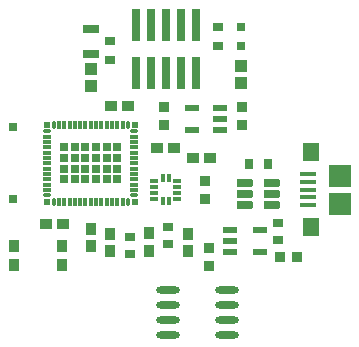
<source format=gtp>
G04*
G04 #@! TF.GenerationSoftware,Altium Limited,Altium Designer,23.3.1 (30)*
G04*
G04 Layer_Color=8421504*
%FSLAX44Y44*%
%MOMM*%
G71*
G04*
G04 #@! TF.SameCoordinates,610A2BD2-EBF3-4158-A638-8146B1F39EFF*
G04*
G04*
G04 #@! TF.FilePolarity,Positive*
G04*
G01*
G75*
%ADD18R,0.7500X0.7500*%
G04:AMPARAMS|DCode=19|XSize=0.65mm|YSize=0.3mm|CornerRadius=0.075mm|HoleSize=0mm|Usage=FLASHONLY|Rotation=0.000|XOffset=0mm|YOffset=0mm|HoleType=Round|Shape=RoundedRectangle|*
%AMROUNDEDRECTD19*
21,1,0.6500,0.1500,0,0,0.0*
21,1,0.5000,0.3000,0,0,0.0*
1,1,0.1500,0.2500,-0.0750*
1,1,0.1500,-0.2500,-0.0750*
1,1,0.1500,-0.2500,0.0750*
1,1,0.1500,0.2500,0.0750*
%
%ADD19ROUNDEDRECTD19*%
%ADD20R,0.6500X0.3000*%
%ADD21R,0.5750X0.5750*%
G04:AMPARAMS|DCode=22|XSize=0.65mm|YSize=0.3mm|CornerRadius=0.075mm|HoleSize=0mm|Usage=FLASHONLY|Rotation=90.000|XOffset=0mm|YOffset=0mm|HoleType=Round|Shape=RoundedRectangle|*
%AMROUNDEDRECTD22*
21,1,0.6500,0.1500,0,0,90.0*
21,1,0.5000,0.3000,0,0,90.0*
1,1,0.1500,0.0750,0.2500*
1,1,0.1500,0.0750,-0.2500*
1,1,0.1500,-0.0750,-0.2500*
1,1,0.1500,-0.0750,0.2500*
%
%ADD22ROUNDEDRECTD22*%
%ADD23R,0.3000X0.6500*%
%ADD24R,0.7400X2.7900*%
%ADD25O,2.0000X0.6000*%
%ADD26R,0.9300X0.7900*%
%ADD27R,1.0200X1.0400*%
%ADD28R,1.4478X0.7620*%
%ADD29R,0.8000X0.8000*%
%ADD30R,0.9000X0.6500*%
%ADD31R,1.0400X0.9700*%
G04:AMPARAMS|DCode=32|XSize=0.93mm|YSize=0.93mm|CornerRadius=0.2325mm|HoleSize=0mm|Usage=FLASHONLY|Rotation=180.000|XOffset=0mm|YOffset=0mm|HoleType=Round|Shape=RoundedRectangle|*
%AMROUNDEDRECTD32*
21,1,0.9300,0.4650,0,0,180.0*
21,1,0.4650,0.9300,0,0,180.0*
1,1,0.4650,-0.2325,0.2325*
1,1,0.4650,0.2325,0.2325*
1,1,0.4650,0.2325,-0.2325*
1,1,0.4650,-0.2325,-0.2325*
%
%ADD32ROUNDEDRECTD32*%
G04:AMPARAMS|DCode=33|XSize=0.93mm|YSize=0.93mm|CornerRadius=0.2325mm|HoleSize=0mm|Usage=FLASHONLY|Rotation=90.000|XOffset=0mm|YOffset=0mm|HoleType=Round|Shape=RoundedRectangle|*
%AMROUNDEDRECTD33*
21,1,0.9300,0.4650,0,0,90.0*
21,1,0.4650,0.9300,0,0,90.0*
1,1,0.4650,0.2325,0.2325*
1,1,0.4650,0.2325,-0.2325*
1,1,0.4650,-0.2325,-0.2325*
1,1,0.4650,-0.2325,0.2325*
%
%ADD33ROUNDEDRECTD33*%
%ADD34R,0.9700X0.9200*%
%ADD35R,1.2600X0.5800*%
%ADD36R,1.2700X0.5588*%
%ADD37R,0.7000X0.3000*%
%ADD38R,0.3000X0.7000*%
%ADD39R,0.9700X1.0400*%
%ADD40R,0.9000X1.0000*%
%ADD41R,1.9000X1.9000*%
%ADD42R,1.4000X1.6000*%
%ADD43R,1.3500X0.4000*%
%ADD44R,0.7900X0.9300*%
G04:AMPARAMS|DCode=45|XSize=1.36mm|YSize=0.6mm|CornerRadius=0.045mm|HoleSize=0mm|Usage=FLASHONLY|Rotation=180.000|XOffset=0mm|YOffset=0mm|HoleType=Round|Shape=RoundedRectangle|*
%AMROUNDEDRECTD45*
21,1,1.3600,0.5100,0,0,180.0*
21,1,1.2700,0.6000,0,0,180.0*
1,1,0.0900,-0.6350,0.2550*
1,1,0.0900,0.6350,0.2550*
1,1,0.0900,0.6350,-0.2550*
1,1,0.0900,-0.6350,-0.2550*
%
%ADD45ROUNDEDRECTD45*%
D18*
X177170Y280780D02*
D03*
X186170D02*
D03*
X195170D02*
D03*
X204170D02*
D03*
Y271780D02*
D03*
X195170D02*
D03*
X186170D02*
D03*
X177170D02*
D03*
X168170D02*
D03*
Y280780D02*
D03*
Y289780D02*
D03*
X177170D02*
D03*
X186170D02*
D03*
X195170D02*
D03*
X204170D02*
D03*
X213170D02*
D03*
Y280780D02*
D03*
Y271780D02*
D03*
Y262780D02*
D03*
X204170D02*
D03*
X195170D02*
D03*
X186170D02*
D03*
X177170D02*
D03*
X168170D02*
D03*
X124820Y306780D02*
D03*
Y245780D02*
D03*
D19*
X153670Y249280D02*
D03*
Y303280D02*
D03*
X227670D02*
D03*
Y249280D02*
D03*
D20*
X153670Y253780D02*
D03*
Y258280D02*
D03*
Y262780D02*
D03*
Y267280D02*
D03*
Y271780D02*
D03*
Y276280D02*
D03*
Y280780D02*
D03*
Y285280D02*
D03*
Y289780D02*
D03*
Y294280D02*
D03*
Y298780D02*
D03*
X227670D02*
D03*
Y294280D02*
D03*
Y289780D02*
D03*
Y285280D02*
D03*
Y280780D02*
D03*
Y276280D02*
D03*
Y271780D02*
D03*
Y267280D02*
D03*
Y262780D02*
D03*
Y258280D02*
D03*
Y253780D02*
D03*
D21*
X153300Y309150D02*
D03*
X228040D02*
D03*
Y243410D02*
D03*
X153300D02*
D03*
D22*
X159170Y308780D02*
D03*
X222170D02*
D03*
Y243780D02*
D03*
X159170D02*
D03*
D23*
X163670Y308780D02*
D03*
X168170D02*
D03*
X172670D02*
D03*
X177170D02*
D03*
X181670D02*
D03*
X186170D02*
D03*
X190670D02*
D03*
X195170D02*
D03*
X199670D02*
D03*
X204170D02*
D03*
X208670D02*
D03*
X213170D02*
D03*
X217670D02*
D03*
Y243780D02*
D03*
X213170D02*
D03*
X208670D02*
D03*
X204170D02*
D03*
X199670D02*
D03*
X195170D02*
D03*
X190670D02*
D03*
X186170D02*
D03*
X181670D02*
D03*
X177170D02*
D03*
X172670D02*
D03*
X168170D02*
D03*
X163670D02*
D03*
D24*
X279400Y393730D02*
D03*
Y353030D02*
D03*
X266700Y393730D02*
D03*
Y353030D02*
D03*
X254000Y393730D02*
D03*
Y353030D02*
D03*
X241300Y393730D02*
D03*
Y353030D02*
D03*
X228600Y393730D02*
D03*
Y353030D02*
D03*
D25*
X255670Y168910D02*
D03*
Y156210D02*
D03*
Y143510D02*
D03*
Y130810D02*
D03*
X305670Y168910D02*
D03*
Y156210D02*
D03*
Y143510D02*
D03*
Y130810D02*
D03*
D26*
X207010Y363910D02*
D03*
Y380310D02*
D03*
X298450Y391740D02*
D03*
Y375340D02*
D03*
D27*
X190500Y356600D02*
D03*
Y341900D02*
D03*
X317500Y359140D02*
D03*
Y344440D02*
D03*
D28*
X190500Y369062D02*
D03*
Y390398D02*
D03*
D29*
X317500Y391790D02*
D03*
Y375290D02*
D03*
D30*
X349250Y211190D02*
D03*
Y225690D02*
D03*
X223520Y214260D02*
D03*
Y199760D02*
D03*
X256127Y222446D02*
D03*
Y207946D02*
D03*
D31*
X277220Y280670D02*
D03*
X291740D02*
D03*
X261260Y289560D02*
D03*
X246740D02*
D03*
X167280Y224790D02*
D03*
X152760D02*
D03*
X221890Y325120D02*
D03*
X207370D02*
D03*
D32*
X365640Y196850D02*
D03*
X350640D02*
D03*
D33*
X290830Y189350D02*
D03*
Y204350D02*
D03*
D34*
X318770Y308480D02*
D03*
Y323980D02*
D03*
X252730D02*
D03*
Y308480D02*
D03*
X287020Y261750D02*
D03*
Y246250D02*
D03*
D35*
X300040Y304190D02*
D03*
Y313690D02*
D03*
Y323190D02*
D03*
X276540D02*
D03*
Y304190D02*
D03*
D36*
X308356Y220218D02*
D03*
Y210820D02*
D03*
Y201422D02*
D03*
X334264D02*
D03*
Y220218D02*
D03*
D37*
X244500Y261500D02*
D03*
Y256500D02*
D03*
Y251500D02*
D03*
Y246500D02*
D03*
X263500D02*
D03*
Y251500D02*
D03*
Y256500D02*
D03*
Y261500D02*
D03*
D38*
X251500Y244500D02*
D03*
X256500D02*
D03*
Y263500D02*
D03*
X251500D02*
D03*
D39*
X239538Y216911D02*
D03*
Y202391D02*
D03*
X273050Y216810D02*
D03*
Y202290D02*
D03*
X190500Y220620D02*
D03*
Y206100D02*
D03*
X207010Y216810D02*
D03*
Y202290D02*
D03*
D40*
X125550Y206120D02*
D03*
X166550D02*
D03*
Y190120D02*
D03*
X125550D02*
D03*
D41*
X401400Y266000D02*
D03*
Y242000D02*
D03*
D42*
X376900Y286000D02*
D03*
Y222000D02*
D03*
D43*
X374650Y267000D02*
D03*
Y260500D02*
D03*
Y254000D02*
D03*
Y247500D02*
D03*
Y241000D02*
D03*
D44*
X324540Y275590D02*
D03*
X340940D02*
D03*
D45*
X344490Y240690D02*
D03*
Y250190D02*
D03*
Y259690D02*
D03*
X320990D02*
D03*
Y250190D02*
D03*
Y240690D02*
D03*
M02*

</source>
